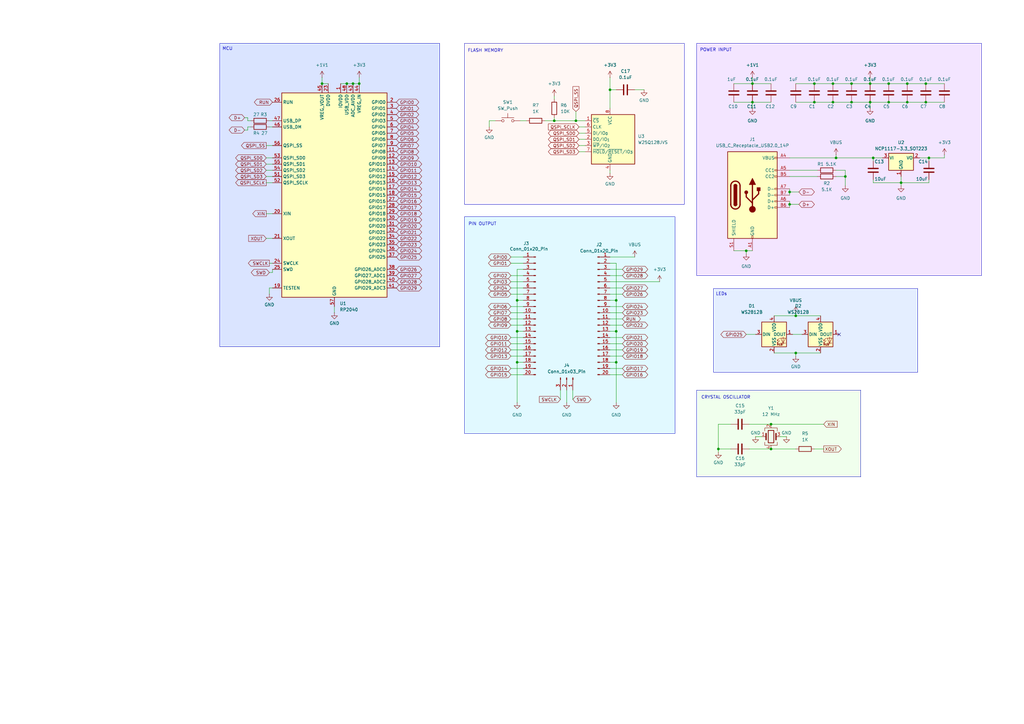
<source format=kicad_sch>
(kicad_sch (version 20250114) (generator "eeschema") (generator_version "9.0")
  (paper "A3")
  (lib_symbols
    (symbol "Connector:Conn_01x03_Pin" (pin_names (offset 1.016) (hide yes))
      (property "Reference" "J" (at 0 5.08 0))
      (property "Value" "Conn_01x03_Pin" (at 0 -5.08 0))
      (symbol "Conn_01x03_Pin_1_1"
        (pin passive line (at 5.08 2.54 180) (length 3.81) (name "Pin_1") (number "1"))
        (pin passive line (at 5.08 0 180) (length 3.81) (name "Pin_2") (number "2"))
        (pin passive line (at 5.08 -2.54 180) (length 3.81) (name "Pin_3") (number "3"))
      )
    )
    (symbol "Connector:Conn_01x20_Pin" (pin_names (offset 1.016) (hide yes))
      (property "Reference" "J" (at 0 25.4 0))
      (property "Value" "Conn_01x20_Pin" (at 0 -27.94 0))
      (symbol "Conn_01x20_Pin_1_1"
        (pin passive line (at 5.08 22.86 180) (length 3.81) (name "Pin_1") (number "1"))
        (pin passive line (at 5.08 20.32 180) (length 3.81) (name "Pin_2") (number "2"))
        (pin passive line (at 5.08 17.78 180) (length 3.81) (name "Pin_3") (number "3"))
        (pin passive line (at 5.08 15.24 180) (length 3.81) (name "Pin_4") (number "4"))
        (pin passive line (at 5.08 12.7 180) (length 3.81) (name "Pin_5") (number "5"))
        (pin passive line (at 5.08 10.16 180) (length 3.81) (name "Pin_6") (number "6"))
        (pin passive line (at 5.08 7.62 180) (length 3.81) (name "Pin_7") (number "7"))
        (pin passive line (at 5.08 5.08 180) (length 3.81) (name "Pin_8") (number "8"))
        (pin passive line (at 5.08 2.54 180) (length 3.81) (name "Pin_9") (number "9"))
        (pin passive line (at 5.08 0 180) (length 3.81) (name "Pin_10") (number "10"))
        (pin passive line (at 5.08 -2.54 180) (length 3.81) (name "Pin_11") (number "11"))
        (pin passive line (at 5.08 -5.08 180) (length 3.81) (name "Pin_12") (number "12"))
        (pin passive line (at 5.08 -7.62 180) (length 3.81) (name "Pin_13") (number "13"))
        (pin passive line (at 5.08 -10.16 180) (length 3.81) (name "Pin_14") (number "14"))
        (pin passive line (at 5.08 -12.7 180) (length 3.81) (name "Pin_15") (number "15"))
        (pin passive line (at 5.08 -15.24 180) (length 3.81) (name "Pin_16") (number "16"))
        (pin passive line (at 5.08 -17.78 180) (length 3.81) (name "Pin_17") (number "17"))
        (pin passive line (at 5.08 -20.32 180) (length 3.81) (name "Pin_18") (number "18"))
        (pin passive line (at 5.08 -22.86 180) (length 3.81) (name "Pin_19") (number "19"))
        (pin passive line (at 5.08 -25.4 180) (length 3.81) (name "Pin_20") (number "20"))
      )
    )
    (symbol "Connector:USB_C_Receptacle_USB2.0_14P" (pin_names (offset 1.016))
      (property "Reference" "J" (at 0 22.225 0))
      (property "Value" "USB_C_Receptacle_USB2.0_14P" (at 0 19.685 0))
      (symbol "USB_C_Receptacle_USB2.0_14P_1_1"
        (pin passive line (at -7.62 -22.86 90) (length 5.08) (name "SHIELD") (number "S1"))
        (pin passive line (at 0 -22.86 90) (length 5.08) (name "GND") (number "A1"))
        (pin passive line (at 0 -22.86 90) (length 5.08) (hide yes) (name "GND") (number "A12"))
        (pin passive line (at 0 -22.86 90) (length 5.08) (hide yes) (name "GND") (number "B1"))
        (pin passive line (at 0 -22.86 90) (length 5.08) (hide yes) (name "GND") (number "B12"))
        (pin passive line (at 15.24 15.24 180) (length 5.08) (name "VBUS") (number "A4"))
        (pin passive line (at 15.24 15.24 180) (length 5.08) (hide yes) (name "VBUS") (number "A9"))
        (pin passive line (at 15.24 15.24 180) (length 5.08) (hide yes) (name "VBUS") (number "B4"))
        (pin passive line (at 15.24 15.24 180) (length 5.08) (hide yes) (name "VBUS") (number "B9"))
        (pin bidirectional line (at 15.24 10.16 180) (length 5.08) (name "CC1") (number "A5"))
        (pin bidirectional line (at 15.24 7.62 180) (length 5.08) (name "CC2") (number "B5"))
        (pin bidirectional line (at 15.24 2.54 180) (length 5.08) (name "D-") (number "A7"))
        (pin bidirectional line (at 15.24 0 180) (length 5.08) (name "D-") (number "B7"))
        (pin bidirectional line (at 15.24 -2.54 180) (length 5.08) (name "D+") (number "A6"))
        (pin bidirectional line (at 15.24 -5.08 180) (length 5.08) (name "D+") (number "B6"))
      )
    )
    (symbol "Device:C" (pin_numbers (hide yes)) (pin_names (offset 0.254))
      (property "Reference" "C" (at 0.635 2.54 0))
      (property "Value" "C" (at 0.635 -2.54 0))
      (symbol "C_1_1"
        (pin passive line (at 0 3.81 270) (length 2.794) (name "~") (number "1"))
        (pin passive line (at 0 -3.81 90) (length 2.794) (name "~") (number "2"))
      )
    )
    (symbol "Device:Crystal_GND24" (pin_names (offset 1.016) (hide yes))
      (property "Reference" "Y" (at 3.175 5.08 0))
      (property "Value" "Crystal_GND24" (at 3.175 3.175 0))
      (symbol "Crystal_GND24_1_1"
        (pin passive line (at -3.81 0 0) (length 1.27) (name "1") (number "1"))
        (pin passive line (at 0 5.08 270) (length 1.27) (name "2") (number "2"))
        (pin passive line (at 0 -5.08 90) (length 1.27) (name "4") (number "4"))
        (pin passive line (at 3.81 0 180) (length 1.27) (name "3") (number "3"))
      )
    )
    (symbol "Device:R" (pin_numbers (hide yes)) (pin_names (offset 0))
      (property "Reference" "R" (at 2.032 0 90))
      (property "Value" "R" (at 0 0 90))
      (symbol "R_1_1"
        (pin passive line (at 0 3.81 270) (length 1.27) (name "~") (number "1"))
        (pin passive line (at 0 -3.81 90) (length 1.27) (name "~") (number "2"))
      )
    )
    (symbol "LED:WS2812B-2020" (pin_names (offset 0.254))
      (property "Reference" "D" (at 5.08 5.715 0))
      (property "Value" "WS2812B-2020" (at 1.27 -5.715 0))
      (symbol "WS2812B-2020_0_0"
        (text "RGB" (at 2.286 -4.191 0) (effects (font (size 0.762 0.762))))
      )
      (symbol "WS2812B-2020_1_1"
        (pin input line (at -7.62 0 0) (length 2.54) (name "DIN") (number "3"))
        (pin power_in line (at 0 7.62 270) (length 2.54) (name "VDD") (number "4"))
        (pin power_in line (at 0 -7.62 90) (length 2.54) (name "VSS") (number "2"))
        (pin output line (at 7.62 0 180) (length 2.54) (name "DOUT") (number "1"))
      )
    )
    (symbol "MCU_RaspberryPi:RP2040"
      (property "Reference" "U" (at 17.78 45.72 0))
      (property "Value" "RP2040" (at 17.78 43.18 0))
      (symbol "RP2040_1_1"
        (pin input line (at -25.4 38.1 0) (length 3.81) (name "RUN") (number "26"))
        (pin bidirectional line (at -25.4 30.48 0) (length 3.81) (name "USB_DP") (number "47"))
        (pin bidirectional line (at -25.4 27.94 0) (length 3.81) (name "USB_DM") (number "46"))
        (pin bidirectional line (at -25.4 20.32 0) (length 3.81) (name "QSPI_SS") (number "56"))
        (pin bidirectional line (at -25.4 15.24 0) (length 3.81) (name "QSPI_SD0") (number "53"))
        (pin bidirectional line (at -25.4 12.7 0) (length 3.81) (name "QSPI_SD1") (number "55"))
        (pin bidirectional line (at -25.4 10.16 0) (length 3.81) (name "QSPI_SD2") (number "54"))
        (pin bidirectional line (at -25.4 7.62 0) (length 3.81) (name "QSPI_SD3") (number "51"))
        (pin output line (at -25.4 5.08 0) (length 3.81) (name "QSPI_SCLK") (number "52"))
        (pin input line (at -25.4 -7.62 0) (length 3.81) (name "XIN") (number "20"))
        (pin passive line (at -25.4 -17.78 0) (length 3.81) (name "XOUT") (number "21"))
        (pin input line (at -25.4 -27.94 0) (length 3.81) (name "SWCLK") (number "24"))
        (pin bidirectional line (at -25.4 -30.48 0) (length 3.81) (name "SWD") (number "25"))
        (pin input line (at -25.4 -38.1 0) (length 3.81) (name "TESTEN") (number "19"))
        (pin power_out line (at -5.08 45.72 270) (length 3.81) (name "VREG_VOUT") (number "45"))
        (pin power_in line (at -2.54 45.72 270) (length 3.81) (name "DVDD") (number "23"))
        (pin passive line (at -2.54 45.72 270) (length 3.81) (hide yes) (name "DVDD") (number "50"))
        (pin power_in line (at 0 -45.72 90) (length 3.81) (name "GND") (number "57"))
        (pin power_in line (at 2.54 45.72 270) (length 3.81) (name "IOVDD") (number "1"))
        (pin passive line (at 2.54 45.72 270) (length 3.81) (hide yes) (name "IOVDD") (number "10"))
        (pin passive line (at 2.54 45.72 270) (length 3.81) (hide yes) (name "IOVDD") (number "22"))
        (pin passive line (at 2.54 45.72 270) (length 3.81) (hide yes) (name "IOVDD") (number "33"))
        (pin passive line (at 2.54 45.72 270) (length 3.81) (hide yes) (name "IOVDD") (number "42"))
        (pin passive line (at 2.54 45.72 270) (length 3.81) (hide yes) (name "IOVDD") (number "49"))
        (pin power_in line (at 5.08 45.72 270) (length 3.81) (name "USB_VDD") (number "48"))
        (pin power_in line (at 7.62 45.72 270) (length 3.81) (name "ADC_AVDD") (number "43"))
        (pin power_in line (at 10.16 45.72 270) (length 3.81) (name "VREG_IN") (number "44"))
        (pin bidirectional line (at 25.4 38.1 180) (length 3.81) (name "GPIO0") (number "2"))
        (pin bidirectional line (at 25.4 35.56 180) (length 3.81) (name "GPIO1") (number "3"))
        (pin bidirectional line (at 25.4 33.02 180) (length 3.81) (name "GPIO2") (number "4"))
        (pin bidirectional line (at 25.4 30.48 180) (length 3.81) (name "GPIO3") (number "5"))
        (pin bidirectional line (at 25.4 27.94 180) (length 3.81) (name "GPIO4") (number "6"))
        (pin bidirectional line (at 25.4 25.4 180) (length 3.81) (name "GPIO5") (number "7"))
        (pin bidirectional line (at 25.4 22.86 180) (length 3.81) (name "GPIO6") (number "8"))
        (pin bidirectional line (at 25.4 20.32 180) (length 3.81) (name "GPIO7") (number "9"))
        (pin bidirectional line (at 25.4 17.78 180) (length 3.81) (name "GPIO8") (number "11"))
        (pin bidirectional line (at 25.4 15.24 180) (length 3.81) (name "GPIO9") (number "12"))
        (pin bidirectional line (at 25.4 12.7 180) (length 3.81) (name "GPIO10") (number "13"))
        (pin bidirectional line (at 25.4 10.16 180) (length 3.81) (name "GPIO11") (number "14"))
        (pin bidirectional line (at 25.4 7.62 180) (length 3.81) (name "GPIO12") (number "15"))
        (pin bidirectional line (at 25.4 5.08 180) (length 3.81) (name "GPIO13") (number "16"))
        (pin bidirectional line (at 25.4 2.54 180) (length 3.81) (name "GPIO14") (number "17"))
        (pin bidirectional line (at 25.4 0 180) (length 3.81) (name "GPIO15") (number "18"))
        (pin bidirectional line (at 25.4 -2.54 180) (length 3.81) (name "GPIO16") (number "27"))
        (pin bidirectional line (at 25.4 -5.08 180) (length 3.81) (name "GPIO17") (number "28"))
        (pin bidirectional line (at 25.4 -7.62 180) (length 3.81) (name "GPIO18") (number "29"))
        (pin bidirectional line (at 25.4 -10.16 180) (length 3.81) (name "GPIO19") (number "30"))
        (pin bidirectional line (at 25.4 -12.7 180) (length 3.81) (name "GPIO20") (number "31"))
        (pin bidirectional line (at 25.4 -15.24 180) (length 3.81) (name "GPIO21") (number "32"))
        (pin bidirectional line (at 25.4 -17.78 180) (length 3.81) (name "GPIO22") (number "34"))
        (pin bidirectional line (at 25.4 -20.32 180) (length 3.81) (name "GPIO23") (number "35"))
        (pin bidirectional line (at 25.4 -22.86 180) (length 3.81) (name "GPIO24") (number "36"))
        (pin bidirectional line (at 25.4 -25.4 180) (length 3.81) (name "GPIO25") (number "37"))
        (pin bidirectional line (at 25.4 -30.48 180) (length 3.81) (name "GPIO26_ADC0") (number "38"))
        (pin bidirectional line (at 25.4 -33.02 180) (length 3.81) (name "GPIO27_ADC1") (number "39"))
        (pin bidirectional line (at 25.4 -35.56 180) (length 3.81) (name "GPIO28_ADC2") (number "40"))
        (pin bidirectional line (at 25.4 -38.1 180) (length 3.81) (name "GPIO29_ADC3") (number "41"))
      )
    )
    (symbol "Memory_Flash:W25Q128JVS"
      (property "Reference" "U" (at -6.35 11.43 0))
      (property "Value" "W25Q128JVS" (at 7.62 11.43 0))
      (symbol "W25Q128JVS_1_1"
        (pin input line (at -10.16 7.62 0) (length 2.54) (name "~{CS}") (number "1"))
        (pin input line (at -10.16 5.08 0) (length 2.54) (name "CLK") (number "6"))
        (pin bidirectional line (at -10.16 2.54 0) (length 2.54) (name "DI/IO_{0}") (number "5"))
        (pin bidirectional line (at -10.16 0 0) (length 2.54) (name "DO/IO_{1}") (number "2"))
        (pin bidirectional line (at -10.16 -2.54 0) (length 2.54) (name "~{WP}/IO_{2}") (number "3"))
        (pin bidirectional line (at -10.16 -5.08 0) (length 2.54) (name "~{HOLD}/~{RESET}/IO_{3}") (number "7"))
        (pin power_in line (at 0 12.7 270) (length 2.54) (name "VCC") (number "8"))
        (pin power_in line (at 0 -12.7 90) (length 2.54) (name "GND") (number "4"))
      )
    )
    (symbol "Regulator_Linear:MCP1700x-330xxTT" (pin_names (offset 0.254))
      (property "Reference" "U" (at -3.81 3.175 0))
      (property "Value" "MCP1700x-330xxTT" (at 0 3.175 0))
      (symbol "MCP1700x-330xxTT_1_1"
        (pin power_in line (at -7.62 0 0) (length 2.54) (name "VI") (number "3"))
        (pin power_in line (at 0 -7.62 90) (length 2.54) (name "GND") (number "1"))
        (pin power_out line (at 7.62 0 180) (length 2.54) (name "VO") (number "2"))
      )
    )
    (symbol "Switch:SW_Push" (pin_numbers (hide yes)) (pin_names (offset 1.016) (hide yes))
      (property "Reference" "SW" (at 1.27 2.54 0))
      (property "Value" "SW_Push" (at 0 -1.524 0))
      (symbol "SW_Push_0_1"
        (pin passive line (at -5.08 0 0) (length 2.54) (name "1") (number "1"))
        (pin passive line (at 5.08 0 180) (length 2.54) (name "2") (number "2"))
      )
    )
    (symbol "power:+1V1" (power) (pin_numbers (hide yes)) (pin_names (offset 0) (hide yes))
      (property "Value" "+1V1" (at 0 3.556 0))
      (symbol "+1V1_1_1"
        (pin power_in line (at 0 0 90) (length 0) (name "~") (number "1"))
      )
    )
    (symbol "power:+3V3" (power) (pin_numbers (hide yes)) (pin_names (offset 0) (hide yes))
      (property "Value" "+3V3" (at 0 3.556 0))
      (symbol "+3V3_1_1"
        (pin power_in line (at 0 0 90) (length 0) (name "~") (number "1"))
      )
    )
    (symbol "power:GND" (power) (pin_numbers (hide yes)) (pin_names (offset 0) (hide yes))
      (property "Value" "GND" (at 0 -3.81 0))
      (symbol "GND_1_1"
        (pin power_in line (at 0 0 270) (length 0) (name "~") (number "1"))
      )
    )
    (symbol "power:VBUS" (power) (pin_numbers (hide yes)) (pin_names (offset 0) (hide yes))
      (property "Value" "VBUS" (at 0 3.556 0))
      (symbol "VBUS_1_1"
        (pin power_in line (at 0 0 90) (length 0) (name "~") (number "1"))
      )
    )
  )
  (rectangle (start 190.5 17.78) (end 280.67 83.82) (fill (type color) (color 255 247 244 1)))
  (rectangle (start 285.75 160.02) (end 353.06 195.58) (fill (type color) (color 240 255 237 1)))
  (rectangle (start 285.75 17.78) (end 402.59 113.03) (fill (type color) (color 243 229 255 1)))
  (rectangle (start 190.5 88.9) (end 276.86 177.8) (fill (type color) (color 225 249 255 1)))
  (rectangle (start 292.608 118.364) (end 376.428 152.654) (fill (type color) (color 228 238 255 1)))
  (rectangle (start 90.17 17.78) (end 180.34 142.24) (fill (type color) (color 218 228 255 1)))
  (text "POWER INPUT" (at 293.624 20.574 0) (effects (font (size 1.27 1.27))))
  (text "FLASH MEMORY\n" (at 199.136 20.828 0) (effects (font (size 1.27 1.27))))
  (text "PIN OUTPUT" (at 197.866 91.948 0) (effects (font (size 1.27 1.27))))
  (text "MCU" (at 91.186 20.066 0) (effects (font (size 1.27 1.27)) (justify left)))
  (text "LEDs\n" (at 295.91 120.65 0) (effects (font (size 1.27 1.27))))
  (text "CRYSTAL OSCILLATOR\n" (at 297.688 163.068 0) (effects (font (size 1.27 1.27))))
  (junction (at 212.09 123.19))
  (junction (at 369.57 74.93))
  (junction (at 142.24 34.29))
  (junction (at 349.25 41.91))
  (junction (at 212.09 148.59))
  (junction (at 326.39 129.54))
  (junction (at 252.73 123.19))
  (junction (at 356.87 34.29))
  (junction (at 323.85 78.74))
  (junction (at 372.11 41.91))
  (junction (at 379.73 34.29))
  (junction (at 381 64.77))
  (junction (at 236.22 49.53))
  (junction (at 227.33 49.53))
  (junction (at 308.61 34.29))
  (junction (at 252.73 135.89))
  (junction (at 342.9 64.77))
  (junction (at 379.73 41.91))
  (junction (at 372.11 34.29))
  (junction (at 364.49 41.91))
  (junction (at 346.71 72.39))
  (junction (at 358.14 64.77))
  (junction (at 144.78 34.29))
  (junction (at 349.25 34.29))
  (junction (at 316.23 184.15))
  (junction (at 132.08 34.29))
  (junction (at 252.73 148.59))
  (junction (at 250.19 36.83))
  (junction (at 326.39 144.78))
  (junction (at 294.64 184.15))
  (junction (at 306.07 102.87))
  (junction (at 334.01 41.91))
  (junction (at 341.63 41.91))
  (junction (at 316.23 173.99))
  (junction (at 147.32 34.29))
  (junction (at 341.63 34.29))
  (junction (at 323.85 83.82))
  (junction (at 334.01 34.29))
  (junction (at 212.09 135.89))
  (junction (at 308.61 41.91))
  (junction (at 356.87 41.91))
  (junction (at 364.49 34.29))
  (no_connect (at 344.17 137.16))
  (wire (pts (xy 349.25 41.91) (xy 356.87 41.91)))
  (wire (pts (xy 110.49 49.53) (xy 111.76 49.53)))
  (wire (pts (xy 346.71 72.39) (xy 346.71 76.2)))
  (wire (pts (xy 212.09 135.89) (xy 212.09 148.59)))
  (wire (pts (xy 308.61 102.87) (xy 306.07 102.87)))
  (wire (pts (xy 252.73 36.83) (xy 250.19 36.83)))
  (wire (pts (xy 223.52 49.53) (xy 227.33 49.53)))
  (wire (pts (xy 255.27 153.67) (xy 250.19 153.67)))
  (wire (pts (xy 255.27 143.51) (xy 250.19 143.51)))
  (wire (pts (xy 252.73 135.89) (xy 250.19 135.89)))
  (wire (pts (xy 209.55 105.41) (xy 214.63 105.41)))
  (wire (pts (xy 372.11 41.91) (xy 379.73 41.91)))
  (wire (pts (xy 252.73 135.89) (xy 252.73 148.59)))
  (wire (pts (xy 326.39 129.54) (xy 336.55 129.54)))
  (wire (pts (xy 323.85 78.74) (xy 327.66 78.74)))
  (wire (pts (xy 308.61 34.29) (xy 316.23 34.29)))
  (wire (pts (xy 316.23 173.99) (xy 337.82 173.99)))
  (wire (pts (xy 212.09 123.19) (xy 212.09 135.89)))
  (wire (pts (xy 342.9 69.85) (xy 346.71 69.85)))
  (wire (pts (xy 379.73 34.29) (xy 387.35 34.29)))
  (wire (pts (xy 369.57 74.93) (xy 381 74.93)))
  (wire (pts (xy 212.09 148.59) (xy 212.09 165.1)))
  (wire (pts (xy 342.9 72.39) (xy 346.71 72.39)))
  (wire (pts (xy 317.5 144.78) (xy 326.39 144.78)))
  (wire (pts (xy 294.64 184.15) (xy 299.72 184.15)))
  (wire (pts (xy 255.27 113.03) (xy 250.19 113.03)))
  (wire (pts (xy 349.25 34.29) (xy 356.87 34.29)))
  (wire (pts (xy 255.27 146.05) (xy 250.19 146.05)))
  (wire (pts (xy 144.78 34.29) (xy 147.32 34.29)))
  (wire (pts (xy 101.6 53.34) (xy 101.6 52.07)))
  (wire (pts (xy 237.49 59.69) (xy 240.03 59.69)))
  (wire (pts (xy 346.71 69.85) (xy 346.71 72.39)))
  (wire (pts (xy 227.33 49.53) (xy 236.22 49.53)))
  (wire (pts (xy 255.27 130.81) (xy 250.19 130.81)))
  (wire (pts (xy 381 73.66) (xy 381 74.93)))
  (wire (pts (xy 309.88 179.07) (xy 312.42 179.07)))
  (wire (pts (xy 255.27 120.65) (xy 250.19 120.65)))
  (wire (pts (xy 109.22 87.63) (xy 111.76 87.63)))
  (wire (pts (xy 212.09 110.49) (xy 212.09 123.19)))
  (wire (pts (xy 364.49 41.91) (xy 372.11 41.91)))
  (wire (pts (xy 299.72 173.99) (xy 294.64 173.99)))
  (wire (pts (xy 308.61 41.91) (xy 316.23 41.91)))
  (wire (pts (xy 294.64 173.99) (xy 294.64 184.15)))
  (wire (pts (xy 209.55 107.95) (xy 214.63 107.95)))
  (wire (pts (xy 294.64 185.42) (xy 294.64 184.15)))
  (wire (pts (xy 381 64.77) (xy 377.19 64.77)))
  (wire (pts (xy 364.49 34.29) (xy 372.11 34.29)))
  (wire (pts (xy 341.63 34.29) (xy 349.25 34.29)))
  (wire (pts (xy 255.27 133.35) (xy 250.19 133.35)))
  (wire (pts (xy 306.07 102.87) (xy 306.07 104.14)))
  (wire (pts (xy 237.49 62.23) (xy 240.03 62.23)))
  (wire (pts (xy 250.19 31.75) (xy 250.19 36.83)))
  (wire (pts (xy 212.09 135.89) (xy 214.63 135.89)))
  (wire (pts (xy 101.6 48.26) (xy 101.6 49.53)))
  (wire (pts (xy 356.87 41.91) (xy 356.87 44.45)))
  (wire (pts (xy 372.11 34.29) (xy 379.73 34.29)))
  (wire (pts (xy 209.55 153.67) (xy 214.63 153.67)))
  (wire (pts (xy 109.22 64.77) (xy 111.76 64.77)))
  (wire (pts (xy 326.39 41.91) (xy 334.01 41.91)))
  (wire (pts (xy 335.28 72.39) (xy 323.85 72.39)))
  (wire (pts (xy 326.39 144.78) (xy 336.55 144.78)))
  (wire (pts (xy 250.19 71.12) (xy 250.19 69.85)))
  (wire (pts (xy 356.87 31.75) (xy 356.87 34.29)))
  (wire (pts (xy 381 64.77) (xy 381 66.04)))
  (wire (pts (xy 322.58 179.07) (xy 320.04 179.07)))
  (wire (pts (xy 300.99 41.91) (xy 308.61 41.91)))
  (wire (pts (xy 252.73 123.19) (xy 252.73 135.89)))
  (wire (pts (xy 209.55 151.13) (xy 214.63 151.13)))
  (wire (pts (xy 387.35 64.77) (xy 387.35 63.5)))
  (wire (pts (xy 110.49 111.76) (xy 111.76 111.76)))
  (wire (pts (xy 109.22 69.85) (xy 111.76 69.85)))
  (wire (pts (xy 109.22 97.79) (xy 111.76 97.79)))
  (wire (pts (xy 323.85 78.74) (xy 323.85 77.47)))
  (wire (pts (xy 100.33 48.26) (xy 101.6 48.26)))
  (wire (pts (xy 308.61 44.45) (xy 308.61 41.91)))
  (wire (pts (xy 109.22 67.31) (xy 111.76 67.31)))
  (wire (pts (xy 213.36 49.53) (xy 215.9 49.53)))
  (wire (pts (xy 132.08 34.29) (xy 134.62 34.29)))
  (wire (pts (xy 255.27 151.13) (xy 250.19 151.13)))
  (wire (pts (xy 323.85 64.77) (xy 342.9 64.77)))
  (wire (pts (xy 109.22 74.93) (xy 111.76 74.93)))
  (wire (pts (xy 323.85 83.82) (xy 323.85 85.09)))
  (wire (pts (xy 236.22 45.72) (xy 236.22 49.53)))
  (wire (pts (xy 209.55 115.57) (xy 214.63 115.57)))
  (wire (pts (xy 139.7 34.29) (xy 142.24 34.29)))
  (wire (pts (xy 209.55 118.11) (xy 214.63 118.11)))
  (wire (pts (xy 323.85 78.74) (xy 323.85 80.01)))
  (wire (pts (xy 100.33 53.34) (xy 101.6 53.34)))
  (wire (pts (xy 109.22 59.69) (xy 111.76 59.69)))
  (wire (pts (xy 316.23 184.15) (xy 326.39 184.15)))
  (wire (pts (xy 250.19 105.41) (xy 260.35 105.41)))
  (wire (pts (xy 101.6 52.07) (xy 102.87 52.07)))
  (wire (pts (xy 307.34 173.99) (xy 316.23 173.99)))
  (wire (pts (xy 342.9 63.5) (xy 342.9 64.77)))
  (wire (pts (xy 132.08 31.75) (xy 132.08 34.29)))
  (wire (pts (xy 326.39 34.29) (xy 334.01 34.29)))
  (wire (pts (xy 236.22 49.53) (xy 240.03 49.53)))
  (wire (pts (xy 212.09 123.19) (xy 214.63 123.19)))
  (wire (pts (xy 250.19 110.49) (xy 255.27 110.49)))
  (wire (pts (xy 142.24 34.29) (xy 144.78 34.29)))
  (wire (pts (xy 358.14 74.93) (xy 358.14 73.66)))
  (wire (pts (xy 110.49 52.07) (xy 111.76 52.07)))
  (wire (pts (xy 209.55 133.35) (xy 214.63 133.35)))
  (wire (pts (xy 252.73 148.59) (xy 250.19 148.59)))
  (wire (pts (xy 209.55 128.27) (xy 214.63 128.27)))
  (wire (pts (xy 369.57 76.2) (xy 369.57 74.93)))
  (wire (pts (xy 111.76 111.76) (xy 111.76 110.49)))
  (wire (pts (xy 252.73 107.95) (xy 252.73 123.19)))
  (wire (pts (xy 326.39 128.27) (xy 326.39 129.54)))
  (wire (pts (xy 209.55 113.03) (xy 214.63 113.03)))
  (wire (pts (xy 227.33 48.26) (xy 227.33 49.53)))
  (wire (pts (xy 212.09 148.59) (xy 214.63 148.59)))
  (wire (pts (xy 381 64.77) (xy 387.35 64.77)))
  (wire (pts (xy 209.55 140.97) (xy 214.63 140.97)))
  (wire (pts (xy 237.49 57.15) (xy 240.03 57.15)))
  (wire (pts (xy 300.99 102.87) (xy 306.07 102.87)))
  (wire (pts (xy 307.34 184.15) (xy 316.23 184.15)))
  (wire (pts (xy 110.49 118.11) (xy 111.76 118.11)))
  (wire (pts (xy 110.49 120.65) (xy 110.49 118.11)))
  (wire (pts (xy 356.87 34.29) (xy 364.49 34.29)))
  (wire (pts (xy 209.55 146.05) (xy 214.63 146.05)))
  (wire (pts (xy 358.14 66.04) (xy 358.14 64.77)))
  (wire (pts (xy 300.99 34.29) (xy 308.61 34.29)))
  (wire (pts (xy 137.16 128.27) (xy 137.16 125.73)))
  (wire (pts (xy 369.57 72.39) (xy 369.57 74.93)))
  (wire (pts (xy 209.55 143.51) (xy 214.63 143.51)))
  (wire (pts (xy 255.27 140.97) (xy 250.19 140.97)))
  (wire (pts (xy 229.87 163.83) (xy 229.87 160.02)))
  (wire (pts (xy 147.32 31.75) (xy 147.32 34.29)))
  (wire (pts (xy 325.12 137.16) (xy 328.93 137.16)))
  (wire (pts (xy 203.2 49.53) (xy 200.66 49.53)))
  (wire (pts (xy 214.63 110.49) (xy 212.09 110.49)))
  (wire (pts (xy 252.73 123.19) (xy 250.19 123.19)))
  (wire (pts (xy 209.55 130.81) (xy 214.63 130.81)))
  (wire (pts (xy 227.33 39.37) (xy 227.33 40.64)))
  (wire (pts (xy 255.27 138.43) (xy 250.19 138.43)))
  (wire (pts (xy 209.55 125.73) (xy 214.63 125.73)))
  (wire (pts (xy 342.9 64.77) (xy 358.14 64.77)))
  (wire (pts (xy 335.28 69.85) (xy 323.85 69.85)))
  (wire (pts (xy 200.66 49.53) (xy 200.66 52.07)))
  (wire (pts (xy 358.14 74.93) (xy 369.57 74.93)))
  (wire (pts (xy 317.5 129.54) (xy 326.39 129.54)))
  (wire (pts (xy 250.19 36.83) (xy 250.19 44.45)))
  (wire (pts (xy 323.85 83.82) (xy 327.66 83.82)))
  (wire (pts (xy 250.19 115.57) (xy 270.51 115.57)))
  (wire (pts (xy 358.14 64.77) (xy 361.95 64.77)))
  (wire (pts (xy 237.49 52.07) (xy 240.03 52.07)))
  (wire (pts (xy 326.39 146.05) (xy 326.39 144.78)))
  (wire (pts (xy 209.55 120.65) (xy 214.63 120.65)))
  (wire (pts (xy 334.01 41.91) (xy 341.63 41.91)))
  (wire (pts (xy 252.73 148.59) (xy 252.73 165.1)))
  (wire (pts (xy 306.07 137.16) (xy 309.88 137.16)))
  (wire (pts (xy 255.27 125.73) (xy 250.19 125.73)))
  (wire (pts (xy 308.61 31.75) (xy 308.61 34.29)))
  (wire (pts (xy 237.49 54.61) (xy 240.03 54.61)))
  (wire (pts (xy 255.27 118.11) (xy 250.19 118.11)))
  (wire (pts (xy 209.55 138.43) (xy 214.63 138.43)))
  (wire (pts (xy 109.22 72.39) (xy 111.76 72.39)))
  (wire (pts (xy 101.6 49.53) (xy 102.87 49.53)))
  (wire (pts (xy 264.16 36.83) (xy 260.35 36.83)))
  (wire (pts (xy 323.85 82.55) (xy 323.85 83.82)))
  (wire (pts (xy 341.63 41.91) (xy 349.25 41.91)))
  (wire (pts (xy 232.41 165.1) (xy 232.41 160.02)))
  (wire (pts (xy 255.27 128.27) (xy 250.19 128.27)))
  (wire (pts (xy 334.01 34.29) (xy 341.63 34.29)))
  (wire (pts (xy 234.95 163.83) (xy 234.95 160.02)))
  (wire (pts (xy 110.49 107.95) (xy 111.76 107.95)))
  (wire (pts (xy 334.01 184.15) (xy 337.82 184.15)))
  (wire (pts (xy 250.19 107.95) (xy 252.73 107.95)))
  (wire (pts (xy 379.73 41.91) (xy 387.35 41.91)))
  (wire (pts (xy 356.87 41.91) (xy 364.49 41.91)))
  (global_label "GPIO12" (shape bidirectional) (at 162.56 72.39 0) (property "Intersheetrefs" "${INTERSHEET_REFS}" (effects (hide yes))))
  (global_label "GPIO28" (shape bidirectional) (at 162.56 115.57 0) (property "Intersheetrefs" "${INTERSHEET_REFS}" (effects (hide yes))))
  (global_label "GPIO3" (shape bidirectional) (at 162.56 49.53 0) (property "Intersheetrefs" "${INTERSHEET_REFS}" (effects (hide yes))))
  (global_label "GPIO14" (shape bidirectional) (at 209.55 151.13 180) (property "Intersheetrefs" "${INTERSHEET_REFS}" (effects (hide yes))))
  (global_label "XOUT" (shape input) (at 109.22 97.79 180) (property "Intersheetrefs" "${INTERSHEET_REFS}" (effects (hide yes))))
  (global_label "GPIO13" (shape bidirectional) (at 209.55 146.05 180) (property "Intersheetrefs" "${INTERSHEET_REFS}" (effects (hide yes))))
  (global_label "XIN" (shape output) (at 109.22 87.63 180) (property "Intersheetrefs" "${INTERSHEET_REFS}" (effects (hide yes))))
  (global_label "GPIO24" (shape bidirectional) (at 162.56 102.87 0) (property "Intersheetrefs" "${INTERSHEET_REFS}" (effects (hide yes))))
  (global_label "GPIO22" (shape bidirectional) (at 255.27 133.35 0) (property "Intersheetrefs" "${INTERSHEET_REFS}" (effects (hide yes))))
  (global_label "QSPI_SD2" (shape bidirectional) (at 109.22 69.85 180) (property "Intersheetrefs" "${INTERSHEET_REFS}" (effects (hide yes))))
  (global_label "D-" (shape bidirectional) (at 327.66 78.74 0) (property "Intersheetrefs" "${INTERSHEET_REFS}" (effects (hide yes))))
  (global_label "QSPI_SD2" (shape bidirectional) (at 237.49 59.69 180) (property "Intersheetrefs" "${INTERSHEET_REFS}" (effects (hide yes))))
  (global_label "GPIO5" (shape bidirectional) (at 209.55 120.65 180) (property "Intersheetrefs" "${INTERSHEET_REFS}" (effects (hide yes))))
  (global_label "GPIO5" (shape bidirectional) (at 162.56 54.61 0) (property "Intersheetrefs" "${INTERSHEET_REFS}" (effects (hide yes))))
  (global_label "GPIO18" (shape bidirectional) (at 162.56 87.63 0) (property "Intersheetrefs" "${INTERSHEET_REFS}" (effects (hide yes))))
  (global_label "QSPI_SD1" (shape bidirectional) (at 237.49 57.15 180) (property "Intersheetrefs" "${INTERSHEET_REFS}" (effects (hide yes))))
  (global_label "GPIO16" (shape bidirectional) (at 162.56 82.55 0) (property "Intersheetrefs" "${INTERSHEET_REFS}" (effects (hide yes))))
  (global_label "D+" (shape bidirectional) (at 327.66 83.82 0) (property "Intersheetrefs" "${INTERSHEET_REFS}" (effects (hide yes))))
  (global_label "GPIO11" (shape bidirectional) (at 162.56 69.85 0) (property "Intersheetrefs" "${INTERSHEET_REFS}" (effects (hide yes))))
  (global_label "GPIO21" (shape bidirectional) (at 255.27 138.43 0) (property "Intersheetrefs" "${INTERSHEET_REFS}" (effects (hide yes))))
  (global_label "GPIO10" (shape bidirectional) (at 209.55 138.43 180) (property "Intersheetrefs" "${INTERSHEET_REFS}" (effects (hide yes))))
  (global_label "GPIO15" (shape bidirectional) (at 209.55 153.67 180) (property "Intersheetrefs" "${INTERSHEET_REFS}" (effects (hide yes))))
  (global_label "GPIO15" (shape bidirectional) (at 162.56 80.01 0) (property "Intersheetrefs" "${INTERSHEET_REFS}" (effects (hide yes))))
  (global_label "GPIO24" (shape bidirectional) (at 255.27 125.73 0) (property "Intersheetrefs" "${INTERSHEET_REFS}" (effects (hide yes))))
  (global_label "GPIO0" (shape bidirectional) (at 209.55 105.41 180) (property "Intersheetrefs" "${INTERSHEET_REFS}" (effects (hide yes))))
  (global_label "GPIO27" (shape bidirectional) (at 162.56 113.03 0) (property "Intersheetrefs" "${INTERSHEET_REFS}" (effects (hide yes))))
  (global_label "GPIO29" (shape bidirectional) (at 255.27 110.49 0) (property "Intersheetrefs" "${INTERSHEET_REFS}" (effects (hide yes))))
  (global_label "GPIO7" (shape bidirectional) (at 162.56 59.69 0) (property "Intersheetrefs" "${INTERSHEET_REFS}" (effects (hide yes))))
  (global_label "GPIO16" (shape bidirectional) (at 255.27 153.67 0) (property "Intersheetrefs" "${INTERSHEET_REFS}" (effects (hide yes))))
  (global_label "GPIO28" (shape bidirectional) (at 255.27 113.03 0) (property "Intersheetrefs" "${INTERSHEET_REFS}" (effects (hide yes))))
  (global_label "QSPI_SCLK" (shape output) (at 109.22 74.93 180) (property "Intersheetrefs" "${INTERSHEET_REFS}" (effects (hide yes))))
  (global_label "GPIO13" (shape bidirectional) (at 162.56 74.93 0) (property "Intersheetrefs" "${INTERSHEET_REFS}" (effects (hide yes))))
  (global_label "GPIO10" (shape bidirectional) (at 162.56 67.31 0) (property "Intersheetrefs" "${INTERSHEET_REFS}" (effects (hide yes))))
  (global_label "GPIO9" (shape bidirectional) (at 209.55 133.35 180) (property "Intersheetrefs" "${INTERSHEET_REFS}" (effects (hide yes))))
  (global_label "QSPI_SD1" (shape bidirectional) (at 109.22 67.31 180) (property "Intersheetrefs" "${INTERSHEET_REFS}" (effects (hide yes))))
  (global_label "SWD" (shape bidirectional) (at 110.49 111.76 180) (property "Intersheetrefs" "${INTERSHEET_REFS}" (effects (hide yes))))
  (global_label "GPIO19" (shape bidirectional) (at 162.56 90.17 0) (property "Intersheetrefs" "${INTERSHEET_REFS}" (effects (hide yes))))
  (global_label "GPIO20" (shape bidirectional) (at 255.27 140.97 0) (property "Intersheetrefs" "${INTERSHEET_REFS}" (effects (hide yes))))
  (global_label "RUN" (shape bidirectional) (at 255.27 130.81 0) (property "Intersheetrefs" "${INTERSHEET_REFS}" (effects (hide yes))))
  (global_label "GPIO26" (shape bidirectional) (at 162.56 110.49 0) (property "Intersheetrefs" "${INTERSHEET_REFS}" (effects (hide yes))))
  (global_label "GPIO20" (shape bidirectional) (at 162.56 92.71 0) (property "Intersheetrefs" "${INTERSHEET_REFS}" (effects (hide yes))))
  (global_label "GPIO3" (shape bidirectional) (at 209.55 115.57 180) (property "Intersheetrefs" "${INTERSHEET_REFS}" (effects (hide yes))))
  (global_label "GPIO12" (shape bidirectional) (at 209.55 143.51 180) (property "Intersheetrefs" "${INTERSHEET_REFS}" (effects (hide yes))))
  (global_label "GPIO26" (shape bidirectional) (at 255.27 120.65 0) (property "Intersheetrefs" "${INTERSHEET_REFS}" (effects (hide yes))))
  (global_label "GPIO19" (shape bidirectional) (at 255.27 143.51 0) (property "Intersheetrefs" "${INTERSHEET_REFS}" (effects (hide yes))))
  (global_label "GPIO11" (shape bidirectional) (at 209.55 140.97 180) (property "Intersheetrefs" "${INTERSHEET_REFS}" (effects (hide yes))))
  (global_label "QSPI_SD0" (shape bidirectional) (at 237.49 54.61 180) (property "Intersheetrefs" "${INTERSHEET_REFS}" (effects (hide yes))))
  (global_label "GPIO7" (shape bidirectional) (at 209.55 128.27 180) (property "Intersheetrefs" "${INTERSHEET_REFS}" (effects (hide yes))))
  (global_label "GPIO6" (shape bidirectional) (at 209.55 125.73 180) (property "Intersheetrefs" "${INTERSHEET_REFS}" (effects (hide yes))))
  (global_label "QSPI_SD0" (shape bidirectional) (at 109.22 64.77 180) (property "Intersheetrefs" "${INTERSHEET_REFS}" (effects (hide yes))))
  (global_label "GPIO2" (shape bidirectional) (at 209.55 113.03 180) (property "Intersheetrefs" "${INTERSHEET_REFS}" (effects (hide yes))))
  (global_label "GPIO23" (shape bidirectional) (at 162.56 100.33 0) (property "Intersheetrefs" "${INTERSHEET_REFS}" (effects (hide yes))))
  (global_label "GPIO9" (shape bidirectional) (at 162.56 64.77 0) (property "Intersheetrefs" "${INTERSHEET_REFS}" (effects (hide yes))))
  (global_label "GPIO8" (shape bidirectional) (at 162.56 62.23 0) (property "Intersheetrefs" "${INTERSHEET_REFS}" (effects (hide yes))))
  (global_label "GPIO25" (shape bidirectional) (at 162.56 105.41 0) (property "Intersheetrefs" "${INTERSHEET_REFS}" (effects (hide yes))))
  (global_label "GPIO1" (shape bidirectional) (at 162.56 44.45 0) (property "Intersheetrefs" "${INTERSHEET_REFS}" (effects (hide yes))))
  (global_label "GPIO23" (shape bidirectional) (at 255.27 128.27 0) (property "Intersheetrefs" "${INTERSHEET_REFS}" (effects (hide yes))))
  (global_label "GPIO17" (shape bidirectional) (at 255.27 151.13 0) (property "Intersheetrefs" "${INTERSHEET_REFS}" (effects (hide yes))))
  (global_label "QSPI_SD3" (shape bidirectional) (at 109.22 72.39 180) (property "Intersheetrefs" "${INTERSHEET_REFS}" (effects (hide yes))))
  (global_label "GPIO22" (shape bidirectional) (at 162.56 97.79 0) (property "Intersheetrefs" "${INTERSHEET_REFS}" (effects (hide yes))))
  (global_label "D-" (shape bidirectional) (at 100.33 53.34 180) (property "Intersheetrefs" "${INTERSHEET_REFS}" (effects (hide yes))))
  (global_label "GPIO29" (shape bidirectional) (at 162.56 118.11 0) (property "Intersheetrefs" "${INTERSHEET_REFS}" (effects (hide yes))))
  (global_label "QSPI_SCLK" (shape input) (at 237.49 52.07 180) (property "Intersheetrefs" "${INTERSHEET_REFS}" (effects (hide yes))))
  (global_label "GPIO8" (shape bidirectional) (at 209.55 130.81 180) (property "Intersheetrefs" "${INTERSHEET_REFS}" (effects (hide yes))))
  (global_label "GPIO18" (shape bidirectional) (at 255.27 146.05 0) (property "Intersheetrefs" "${INTERSHEET_REFS}" (effects (hide yes))))
  (global_label "QSPI_SS" (shape input) (at 236.22 45.72 90) (property "Intersheetrefs" "${INTERSHEET_REFS}" (effects (hide yes))))
  (global_label "SWD" (shape bidirectional) (at 234.95 163.83 0) (property "Intersheetrefs" "${INTERSHEET_REFS}" (effects (hide yes))))
  (global_label "SWCLK" (shape output) (at 110.49 107.95 180) (property "Intersheetrefs" "${INTERSHEET_REFS}" (effects (hide yes))))
  (global_label "GPIO27" (shape bidirectional) (at 255.27 118.11 0) (property "Intersheetrefs" "${INTERSHEET_REFS}" (effects (hide yes))))
  (global_label "GPIO2" (shape bidirectional) (at 162.56 46.99 0) (property "Intersheetrefs" "${INTERSHEET_REFS}" (effects (hide yes))))
  (global_label "D+" (shape bidirectional) (at 100.33 48.26 180) (property "Intersheetrefs" "${INTERSHEET_REFS}" (effects (hide yes))))
  (global_label "GPIO0" (shape bidirectional) (at 162.56 41.91 0) (property "Intersheetrefs" "${INTERSHEET_REFS}" (effects (hide yes))))
  (global_label "GPIO4" (shape bidirectional) (at 162.56 52.07 0) (property "Intersheetrefs" "${INTERSHEET_REFS}" (effects (hide yes))))
  (global_label "GPIO14" (shape bidirectional) (at 162.56 77.47 0) (property "Intersheetrefs" "${INTERSHEET_REFS}" (effects (hide yes))))
  (global_label "XIN" (shape input) (at 337.82 173.99 0) (property "Intersheetrefs" "${INTERSHEET_REFS}" (effects (hide yes))))
  (global_label "GPIO25" (shape bidirectional) (at 306.07 137.16 180) (property "Intersheetrefs" "${INTERSHEET_REFS}" (effects (hide yes))))
  (global_label "GPIO17" (shape bidirectional) (at 162.56 85.09 0) (property "Intersheetrefs" "${INTERSHEET_REFS}" (effects (hide yes))))
  (global_label "QSPI_SD3" (shape bidirectional) (at 237.49 62.23 180) (property "Intersheetrefs" "${INTERSHEET_REFS}" (effects (hide yes))))
  (global_label "QSPI_SS" (shape output) (at 109.22 59.69 180) (property "Intersheetrefs" "${INTERSHEET_REFS}" (effects (hide yes))))
  (global_label "GPIO4" (shape bidirectional) (at 209.55 118.11 180) (property "Intersheetrefs" "${INTERSHEET_REFS}" (effects (hide yes))))
  (global_label "GPIO6" (shape bidirectional) (at 162.56 57.15 0) (property "Intersheetrefs" "${INTERSHEET_REFS}" (effects (hide yes))))
  (global_label "RUN" (shape bidirectional) (at 111.76 41.91 180) (property "Intersheetrefs" "${INTERSHEET_REFS}" (effects (hide yes))))
  (global_label "GPIO1" (shape bidirectional) (at 209.55 107.95 180) (property "Intersheetrefs" "${INTERSHEET_REFS}" (effects (hide yes))))
  (global_label "SWCLK" (shape input) (at 229.87 163.83 180) (property "Intersheetrefs" "${INTERSHEET_REFS}" (effects (hide yes))))
  (global_label "XOUT" (shape output) (at 337.82 184.15 0) (property "Intersheetrefs" "${INTERSHEET_REFS}" (effects (hide yes))))
  (global_label "GPIO21" (shape bidirectional) (at 162.56 95.25 0) (property "Intersheetrefs" "${INTERSHEET_REFS}" (effects (hide yes))))
  (symbol (lib_id "Device:C") (at 308.61 38.1 0) (unit 1)
    (property "Reference" "C11" (at 306.324 43.688 0) (effects (justify left)))
    (property "Value" "0.1uF" (at 305.816 32.512 0) (effects (justify left)))
    (property "Footprint" "Capacitor_SMD:C_0402_1005Metric" (effects (hide yes)))
    (property "Description" "Unpolarized capacitor" (effects (hide yes)))
  )
  (symbol (lib_id "power:GND") (at 369.57 76.2 0) (unit 1)
    (property "Reference" "#PWR09" (effects (hide yes)))
    (property "Value" "GND" (at 369.57 81.28 0))
    (property "Description" "Power symbol creates a global label with name \"GND\" , ground" (effects (hide yes)))
  )
  (symbol (lib_id "power:GND") (at 212.09 165.1 0) (unit 1)
    (property "Reference" "#PWR022" (effects (hide yes)))
    (property "Value" "GND" (at 212.09 170.18 0))
    (property "Description" "Power symbol creates a global label with name \"GND\" , ground" (effects (hide yes)))
  )
  (symbol (lib_id "power:VBUS") (at 260.35 105.41 0) (unit 1)
    (property "Reference" "#PWR025" (effects (hide yes)))
    (property "Value" "VBUS" (at 260.35 100.33 0))
    (property "Description" "Power symbol creates a global label with name \"VBUS\"" (effects (hide yes)))
  )
  (symbol (lib_id "Device:C") (at 387.35 38.1 0) (unit 1)
    (property "Reference" "C8" (at 385.064 43.688 0) (effects (justify left)))
    (property "Value" "0.1uF" (at 384.556 32.512 0) (effects (justify left)))
    (property "Footprint" "Capacitor_SMD:C_0402_1005Metric" (effects (hide yes)))
    (property "Description" "Unpolarized capacitor" (effects (hide yes)))
  )
  (symbol (lib_id "power:GND") (at 308.61 44.45 0) (unit 1)
    (property "Reference" "#PWR06" (effects (hide yes)))
    (property "Value" "GND" (at 308.61 49.53 0))
    (property "Description" "Power symbol creates a global label with name \"GND\" , ground" (effects (hide yes)))
  )
  (symbol (lib_id "power:GND") (at 326.39 146.05 0) (unit 1)
    (property "Reference" "#PWR027" (effects (hide yes)))
    (property "Value" "GND" (at 326.39 150.368 0))
    (property "Description" "Power symbol creates a global label with name \"GND\" , ground" (effects (hide yes)))
  )
  (symbol (lib_id "power:+1V1") (at 308.61 31.75 0) (unit 1)
    (property "Reference" "#PWR05" (effects (hide yes)))
    (property "Value" "+1V1" (at 308.61 26.67 0))
    (property "Description" "Power symbol creates a global label with name \"+1V1\"" (effects (hide yes)))
  )
  (symbol (lib_id "Device:C") (at 256.54 36.83 90) (unit 1)
    (property "Reference" "C17" (at 256.54 29.21 90))
    (property "Value" "0.1uF" (at 256.54 31.75 90))
    (property "Footprint" "Capacitor_SMD:C_0402_1005Metric" (effects (hide yes)))
    (property "Description" "Unpolarized capacitor" (effects (hide yes)))
  )
  (symbol (lib_id "power:GND") (at 309.88 179.07 0) (unit 1)
    (property "Reference" "#PWR013" (effects (hide yes)))
    (property "Value" "GND" (at 309.88 177.546 0))
    (property "Description" "Power symbol creates a global label with name \"GND\" , ground" (effects (hide yes)))
  )
  (symbol (lib_id "power:GND") (at 250.19 71.12 0) (unit 1)
    (property "Reference" "#PWR016" (effects (hide yes)))
    (property "Value" "GND" (at 250.19 75.438 0))
    (property "Description" "Power symbol creates a global label with name \"GND\" , ground" (effects (hide yes)))
  )
  (symbol (lib_id "Device:C") (at 303.53 184.15 90) (unit 1)
    (property "Reference" "C16" (at 303.53 187.96 90))
    (property "Value" "33pF" (at 303.53 190.5 90))
    (property "Footprint" "Capacitor_SMD:C_0402_1005Metric" (effects (hide yes)))
    (property "Description" "Unpolarized capacitor" (effects (hide yes)))
  )
  (symbol (lib_id "Connector:Conn_01x20_Pin") (at 245.11 128.27 0) (unit 1)
    (property "Reference" "J2" (at 245.745 100.33 0))
    (property "Value" "Conn_01x20_Pin" (at 245.745 102.87 0))
    (property "Footprint" "Connector_PinHeader_2.54mm:PinHeader_1x20_P2.54mm_Vertical" (effects (hide yes)))
    (property "Description" "Generic connector, single row, 01x20, script generated" (effects (hide yes)))
  )
  (symbol (lib_id "power:+3V3") (at 270.51 115.57 0) (unit 1)
    (property "Reference" "#PWR026" (effects (hide yes)))
    (property "Value" "+3V3" (at 270.51 110.49 0))
    (property "Description" "Power symbol creates a global label with name \"+3V3\"" (effects (hide yes)))
  )
  (symbol (lib_id "Connector:Conn_01x03_Pin") (at 232.41 154.94 270) (unit 1)
    (property "Reference" "J4" (at 232.41 149.86 90))
    (property "Value" "Conn_01x03_Pin" (at 232.41 152.4 90))
    (property "Footprint" "Connector_PinHeader_2.54mm:PinHeader_1x03_P2.54mm_Vertical" (effects (hide yes)))
    (property "Description" "Generic connector, single row, 01x03, script generated" (effects (hide yes)))
  )
  (symbol (lib_id "Device:C") (at 316.23 38.1 0) (unit 1)
    (property "Reference" "C12" (at 313.944 43.688 0) (effects (justify left)))
    (property "Value" "0.1uF" (at 313.436 32.512 0) (effects (justify left)))
    (property "Footprint" "Capacitor_SMD:C_0402_1005Metric" (effects (hide yes)))
    (property "Description" "Unpolarized capacitor" (effects (hide yes)))
  )
  (symbol (lib_id "power:+3V3") (at 147.32 31.75 0) (unit 1)
    (property "Reference" "#PWR03" (effects (hide yes)))
    (property "Value" "+3V3" (at 147.32 26.67 0))
    (property "Description" "Power symbol creates a global label with name \"+3V3\"" (effects (hide yes)))
  )
  (symbol (lib_id "Device:C") (at 358.14 69.85 0) (unit 1)
    (property "Reference" "C13" (at 358.648 66.294 0) (effects (justify left)))
    (property "Value" "10uF" (at 358.648 73.406 0) (effects (justify left)))
    (property "Footprint" "Capacitor_SMD:C_0603_1608Metric" (effects (hide yes)))
    (property "Description" "Unpolarized capacitor" (effects (hide yes)))
  )
  (symbol (lib_id "power:GND") (at 252.73 165.1 0) (mirror y) (unit 1)
    (property "Reference" "#PWR023" (effects (hide yes)))
    (property "Value" "GND" (at 252.73 170.18 0))
    (property "Description" "Power symbol creates a global label with name \"GND\" , ground" (effects (hide yes)))
  )
  (symbol (lib_id "power:GND") (at 322.58 179.07 0) (unit 1)
    (property "Reference" "#PWR012" (effects (hide yes)))
    (property "Value" "GND" (at 322.58 177.546 0))
    (property "Description" "Power symbol creates a global label with name \"GND\" , ground" (effects (hide yes)))
  )
  (symbol (lib_id "LED:WS2812B-2020") (at 336.55 137.16 0) (unit 1)
    (property "Reference" "D2" (at 327.406 125.476 0))
    (property "Value" "WS2812B" (at 327.406 128.016 0))
    (property "Footprint" "LED_SMD:LED_WS2812B-2020_PLCC4_2.0x2.0mm" (effects (hide yes)))
    (property "Datasheet" "https://cdn-shop.adafruit.com/product-files/4684/4684_WS2812B-2020_V1.3_EN.pdf" (effects (hide yes)))
    (property "Description" "RGB LED with integrated controller, 2.0 x 2.0 mm, 12 mA" (effects (hide yes)))
  )
  (symbol (lib_id "Memory_Flash:W25Q128JVS") (at 250.19 57.15 0) (unit 1)
    (property "Reference" "U3" (at 261.62 55.8799 0) (effects (justify left)))
    (property "Value" "W25Q128JVS" (at 261.62 58.4199 0) (effects (justify left)))
    (property "Footprint" "Package_SON:Winbond_USON-8-1EP_3x2mm_P0.5mm_EP0.2x1.6mm" (effects (hide yes)))
    (property "Datasheet" "https://www.winbond.com/resource-files/w25q128jv_dtr%20revc%2003272018%20plus.pdf" (effects (hide yes)))
    (property "Description" "128Mbit / 16MiB Serial Flash Memory, Standard/Dual/Quad SPI, 2.7-3.6V, SOIC-8" (effects (hide yes)))
  )
  (symbol (lib_id "power:+3V3") (at 356.87 31.75 0) (unit 1)
    (property "Reference" "#PWR02" (effects (hide yes)))
    (property "Value" "+3V3" (at 356.87 26.67 0))
    (property "Description" "Power symbol creates a global label with name \"+3V3\"" (effects (hide yes)))
  )
  (symbol (lib_id "Device:C") (at 356.87 38.1 0) (unit 1)
    (property "Reference" "C4" (at 354.584 43.688 0) (effects (justify left)))
    (property "Value" "0.1uF" (at 354.076 32.512 0) (effects (justify left)))
    (property "Footprint" "Capacitor_SMD:C_0402_1005Metric" (effects (hide yes)))
    (property "Description" "Unpolarized capacitor" (effects (hide yes)))
  )
  (symbol (lib_id "Device:R") (at 219.71 49.53 90) (unit 1)
    (property "Reference" "R7" (at 219.71 43.18 90))
    (property "Value" "1K" (at 219.71 45.72 90))
    (property "Footprint" "Resistor_SMD:R_0402_1005Metric" (effects (hide yes)))
    (property "Description" "Resistor" (effects (hide yes)))
  )
  (symbol (lib_id "Regulator_Linear:MCP1700x-330xxTT") (at 369.57 64.77 0) (unit 1)
    (property "Reference" "U2" (at 369.57 58.42 0))
    (property "Value" "NCP1117-3.3_SOT223" (at 369.57 60.96 0))
    (property "Footprint" "Package_TO_SOT_SMD:SOT-23" (effects (hide yes)))
    (property "Datasheet" "http://ww1.microchip.com/downloads/en/DeviceDoc/20001826D.pdf" (effects (hide yes)))
    (property "Description" "250mA Low Quiscent Current LDO, 3.3V output, SOT-23" (effects (hide yes)))
  )
  (symbol (lib_id "Switch:SW_Push") (at 208.28 49.53 0) (unit 1)
    (property "Reference" "SW1" (at 208.28 41.91 0))
    (property "Value" "SW_Push" (at 208.28 44.45 0))
    (property "Footprint" "Button_Switch_SMD:SW_Push_SPST_NO_Alps_SKRK" (effects (hide yes)))
    (property "Description" "Push button switch, generic, two pins" (effects (hide yes)))
  )
  (symbol (lib_id "power:+3V3") (at 227.33 39.37 0) (unit 1)
    (property "Reference" "#PWR017" (effects (hide yes)))
    (property "Value" "+3V3" (at 227.33 34.29 0))
    (property "Description" "Power symbol creates a global label with name \"+3V3\"" (effects (hide yes)))
  )
  (symbol (lib_id "power:VBUS") (at 342.9 63.5 0) (unit 1)
    (property "Reference" "#PWR010" (effects (hide yes)))
    (property "Value" "VBUS" (at 342.9 58.42 0))
    (property "Description" "Power symbol creates a global label with name \"VBUS\"" (effects (hide yes)))
  )
  (symbol (lib_id "Connector:Conn_01x20_Pin") (at 219.71 128.27 0) (mirror y) (unit 1)
    (property "Reference" "J3" (at 214.63 99.822 0) (effects (justify right)))
    (property "Value" "Conn_01x20_Pin" (at 209.042 102.108 0) (effects (justify right)))
    (property "Footprint" "Connector_PinHeader_2.54mm:PinHeader_1x20_P2.54mm_Vertical" (effects (hide yes)))
    (property "Description" "Generic connector, single row, 01x20, script generated" (effects (hide yes)))
  )
  (symbol (lib_id "power:GND") (at 356.87 44.45 0) (unit 1)
    (property "Reference" "#PWR04" (effects (hide yes)))
    (property "Value" "GND" (at 356.87 49.53 0))
    (property "Description" "Power symbol creates a global label with name \"GND\" , ground" (effects (hide yes)))
  )
  (symbol (lib_id "power:GND") (at 264.16 36.83 0) (unit 1)
    (property "Reference" "#PWR019" (effects (hide yes)))
    (property "Value" "GND" (at 264.16 41.148 0))
    (property "Description" "Power symbol creates a global label with name \"GND\" , ground" (effects (hide yes)))
  )
  (symbol (lib_id "Device:C") (at 341.63 38.1 0) (unit 1)
    (property "Reference" "C2" (at 339.344 43.688 0) (effects (justify left)))
    (property "Value" "0.1uF" (at 338.836 32.512 0) (effects (justify left)))
    (property "Footprint" "Capacitor_SMD:C_0402_1005Metric" (effects (hide yes)))
    (property "Description" "Unpolarized capacitor" (effects (hide yes)))
  )
  (symbol (lib_id "Device:R") (at 106.68 49.53 90) (unit 1)
    (property "Reference" "R3" (at 108.204 46.99 90))
    (property "Value" "27" (at 105.156 46.99 90))
    (property "Footprint" "Resistor_SMD:R_0402_1005Metric" (effects (hide yes)))
    (property "Description" "Resistor" (effects (hide yes)))
  )
  (symbol (lib_id "Connector:USB_C_Receptacle_USB2.0_14P") (at 308.61 80.01 0) (unit 1)
    (property "Reference" "J1" (at 308.61 57.15 0))
    (property "Value" "USB_C_Receptacle_USB2.0_14P" (at 308.61 59.69 0))
    (property "Footprint" "Connector_USB:USB_C_Receptacle_HRO_TYPE-C-31-M-12" (effects (hide yes)))
    (property "Datasheet" "https://www.usb.org/sites/default/files/documents/usb_type-c.zip" (effects (hide yes)))
    (property "Description" "USB 2.0-only 14P Type-C Receptacle connector" (effects (hide yes)))
  )
  (symbol (lib_id "Device:C") (at 381 69.85 0) (unit 1)
    (property "Reference" "C14" (at 376.682 66.294 0) (effects (justify left)))
    (property "Value" "10uF" (at 375.666 73.406 0) (effects (justify left)))
    (property "Footprint" "Capacitor_SMD:C_0603_1608Metric" (effects (hide yes)))
    (property "Description" "Unpolarized capacitor" (effects (hide yes)))
  )
  (symbol (lib_id "power:+3V3") (at 250.19 31.75 0) (unit 1)
    (property "Reference" "#PWR015" (effects (hide yes)))
    (property "Value" "+3V3" (at 250.19 26.67 0))
    (property "Description" "Power symbol creates a global label with name \"+3V3\"" (effects (hide yes)))
  )
  (symbol (lib_id "Device:R") (at 339.09 69.85 90) (unit 1)
    (property "Reference" "R1" (at 336.55 67.31 90))
    (property "Value" "5.1K" (at 340.868 67.31 90))
    (property "Footprint" "Resistor_SMD:R_0402_1005Metric" (effects (hide yes)))
    (property "Description" "Resistor" (effects (hide yes)))
  )
  (symbol (lib_id "MCU_RaspberryPi:RP2040") (at 137.16 80.01 0) (unit 1)
    (property "Reference" "U1" (at 139.3033 124.46 0) (effects (justify left)))
    (property "Value" "RP2040" (at 139.3033 127 0) (effects (justify left)))
    (property "Footprint" "Package_DFN_QFN:QFN-56-1EP_7x7mm_P0.4mm_EP3.2x3.2mm" (effects (hide yes)))
    (property "Datasheet" "https://datasheets.raspberrypi.com/rp2040/rp2040-datasheet.pdf" (effects (hide yes)))
    (property "Description" "A microcontroller by Raspberry Pi" (effects (hide yes)))
  )
  (symbol (lib_id "Device:Crystal_GND24") (at 316.23 179.07 0) (unit 1)
    (property "Reference" "Y1" (at 316.23 167.386 0))
    (property "Value" "12 MHz" (at 316.23 169.926 0))
    (property "Footprint" "Crystal:Crystal_SMD_3225-4Pin_3.2x2.5mm" (effects (hide yes)))
    (property "Description" "Four pin crystal, GND on pins 2 and 4" (effects (hide yes)))
  )
  (symbol (lib_id "Device:C") (at 303.53 173.99 90) (unit 1)
    (property "Reference" "C15" (at 303.53 166.37 90))
    (property "Value" "33pF" (at 303.53 168.91 90))
    (property "Footprint" "Capacitor_SMD:C_0402_1005Metric" (effects (hide yes)))
    (property "Description" "Unpolarized capacitor" (effects (hide yes)))
  )
  (symbol (lib_id "Device:R") (at 227.33 44.45 0) (unit 1)
    (property "Reference" "R6" (at 229.87 43.1799 0) (effects (justify left)))
    (property "Value" "10K" (at 229.87 45.7199 0) (effects (justify left)))
    (property "Footprint" "Resistor_SMD:R_0402_1005Metric" (effects (hide yes)))
    (property "Description" "Resistor" (effects (hide yes)))
  )
  (symbol (lib_id "power:GND") (at 110.49 120.65 0) (unit 1)
    (property "Reference" "#PWR021" (effects (hide yes)))
    (property "Value" "GND" (at 110.49 124.968 0))
    (property "Description" "Power symbol creates a global label with name \"GND\" , ground" (effects (hide yes)))
  )
  (symbol (lib_id "LED:WS2812B-2020") (at 317.5 137.16 0) (unit 1)
    (property "Reference" "D1" (at 308.356 125.476 0))
    (property "Value" "WS2812B" (at 308.356 128.016 0))
    (property "Footprint" "LED_SMD:LED_WS2812B-2020_PLCC4_2.0x2.0mm" (effects (hide yes)))
    (property "Datasheet" "https://cdn-shop.adafruit.com/product-files/4684/4684_WS2812B-2020_V1.3_EN.pdf" (effects (hide yes)))
    (property "Description" "RGB LED with integrated controller, 2.0 x 2.0 mm, 12 mA" (effects (hide yes)))
  )
  (symbol (lib_id "power:GND") (at 346.71 76.2 0) (unit 1)
    (property "Reference" "#PWR08" (effects (hide yes)))
    (property "Value" "GND" (at 346.71 81.28 0))
    (property "Description" "Power symbol creates a global label with name \"GND\" , ground" (effects (hide yes)))
  )
  (symbol (lib_id "power:GND") (at 200.66 52.07 0) (unit 1)
    (property "Reference" "#PWR018" (effects (hide yes)))
    (property "Value" "GND" (at 200.66 56.388 0))
    (property "Description" "Power symbol creates a global label with name \"GND\" , ground" (effects (hide yes)))
  )
  (symbol (lib_id "power:GND") (at 232.41 165.1 0) (unit 1)
    (property "Reference" "#PWR024" (effects (hide yes)))
    (property "Value" "GND" (at 232.41 170.18 0))
    (property "Description" "Power symbol creates a global label with name \"GND\" , ground" (effects (hide yes)))
  )
  (symbol (lib_id "power:+1V1") (at 132.08 31.75 0) (unit 1)
    (property "Reference" "#PWR01" (effects (hide yes)))
    (property "Value" "+1V1" (at 132.08 26.67 0))
    (property "Description" "Power symbol creates a global label with name \"+1V1\"" (effects (hide yes)))
  )
  (symbol (lib_id "power:GND") (at 306.07 104.14 0) (unit 1)
    (property "Reference" "#PWR07" (effects (hide yes)))
    (property "Value" "GND" (at 306.07 109.22 0))
    (property "Description" "Power symbol creates a global label with name \"GND\" , ground" (effects (hide yes)))
  )
  (symbol (lib_id "power:+3V3") (at 387.35 63.5 0) (unit 1)
    (property "Reference" "#PWR011" (effects (hide yes)))
    (property "Value" "+3V3" (at 387.35 58.42 0))
    (property "Description" "Power symbol creates a global label with name \"+3V3\"" (effects (hide yes)))
  )
  (symbol (lib_id "Device:R") (at 106.68 52.07 90) (unit 1)
    (property "Reference" "R4" (at 105.156 54.61 90))
    (property "Value" "27" (at 108.458 54.61 90))
    (property "Footprint" "Resistor_SMD:R_0402_1005Metric" (effects (hide yes)))
    (property "Description" "Resistor" (effects (hide yes)))
  )
  (symbol (lib_id "power:GND") (at 294.64 185.42 0) (unit 1)
    (property "Reference" "#PWR014" (effects (hide yes)))
    (property "Value" "GND" (at 294.64 189.738 0))
    (property "Description" "Power symbol creates a global label with name \"GND\" , ground" (effects (hide yes)))
  )
  (symbol (lib_id "Device:C") (at 300.99 38.1 0) (unit 1)
    (property "Reference" "C10" (at 298.704 43.688 0) (effects (justify left)))
    (property "Value" "1uF" (at 298.196 32.512 0) (effects (justify left)))
    (property "Footprint" "Capacitor_SMD:C_0402_1005Metric" (effects (hide yes)))
    (property "Description" "Unpolarized capacitor" (effects (hide yes)))
  )
  (symbol (lib_id "Device:R") (at 330.2 184.15 90) (unit 1)
    (property "Reference" "R5" (at 330.2 177.8 90))
    (property "Value" "1K" (at 330.2 180.34 90))
    (property "Footprint" "Resistor_SMD:R_0402_1005Metric" (effects (hide yes)))
    (property "Description" "Resistor" (effects (hide yes)))
  )
  (symbol (lib_id "Device:C") (at 372.11 38.1 0) (unit 1)
    (property "Reference" "C6" (at 369.824 43.688 0) (effects (justify left)))
    (property "Value" "0.1uF" (at 369.316 32.512 0) (effects (justify left)))
    (property "Footprint" "Capacitor_SMD:C_0402_1005Metric" (effects (hide yes)))
    (property "Description" "Unpolarized capacitor" (effects (hide yes)))
  )
  (symbol (lib_id "power:VBUS") (at 326.39 128.27 0) (unit 1)
    (property "Reference" "#PWR028" (effects (hide yes)))
    (property "Value" "VBUS" (at 326.39 123.19 0))
    (property "Description" "Power symbol creates a global label with name \"VBUS\"" (effects (hide yes)))
  )
  (symbol (lib_id "power:GND") (at 137.16 128.27 0) (unit 1)
    (property "Reference" "#PWR020" (effects (hide yes)))
    (property "Value" "GND" (at 137.16 132.588 0))
    (property "Description" "Power symbol creates a global label with name \"GND\" , ground" (effects (hide yes)))
  )
  (symbol (lib_id "Device:C") (at 334.01 38.1 0) (unit 1)
    (property "Reference" "C1" (at 331.724 43.688 0) (effects (justify left)))
    (property "Value" "0.1uF" (at 331.216 32.512 0) (effects (justify left)))
    (property "Footprint" "Capacitor_SMD:C_0402_1005Metric" (effects (hide yes)))
    (property "Description" "Unpolarized capacitor" (effects (hide yes)))
  )
  (symbol (lib_id "Device:C") (at 326.39 38.1 0) (unit 1)
    (property "Reference" "C9" (at 324.104 43.688 0) (effects (justify left)))
    (property "Value" "1uF" (at 323.596 32.512 0) (effects (justify left)))
    (property "Footprint" "Capacitor_SMD:C_0402_1005Metric" (effects (hide yes)))
    (property "Description" "Unpolarized capacitor" (effects (hide yes)))
  )
  (symbol (lib_id "Device:C") (at 379.73 38.1 0) (unit 1)
    (property "Reference" "C7" (at 377.444 43.688 0) (effects (justify left)))
    (property "Value" "0.1uF" (at 376.936 32.512 0) (effects (justify left)))
    (property "Footprint" "Capacitor_SMD:C_0402_1005Metric" (effects (hide yes)))
    (property "Description" "Unpolarized capacitor" (effects (hide yes)))
  )
  (symbol (lib_id "Device:R") (at 339.09 72.39 90) (unit 1)
    (property "Reference" "R2" (at 339.09 75.184 90))
    (property "Value" "5.1K" (at 339.09 77.724 90))
    (property "Footprint" "Resistor_SMD:R_0402_1005Metric" (effects (hide yes)))
    (property "Description" "Resistor" (effects (hide yes)))
  )
  (symbol (lib_id "Device:C") (at 364.49 38.1 0) (unit 1)
    (property "Reference" "C5" (at 362.204 43.688 0) (effects (justify left)))
    (property "Value" "0.1uF" (at 361.696 32.512 0) (effects (justify left)))
    (property "Footprint" "Capacitor_SMD:C_0402_1005Metric" (effects (hide yes)))
    (property "Description" "Unpolarized capacitor" (effects (hide yes)))
  )
  (symbol (lib_id "Device:C") (at 349.25 38.1 0) (unit 1)
    (property "Reference" "C3" (at 346.964 43.688 0) (effects (justify left)))
    (property "Value" "0.1uF" (at 346.456 32.512 0) (effects (justify left)))
    (property "Footprint" "Capacitor_SMD:C_0402_1005Metric" (effects (hide yes)))
    (property "Description" "Unpolarized capacitor" (effects (hide yes)))
  )
)
</source>
